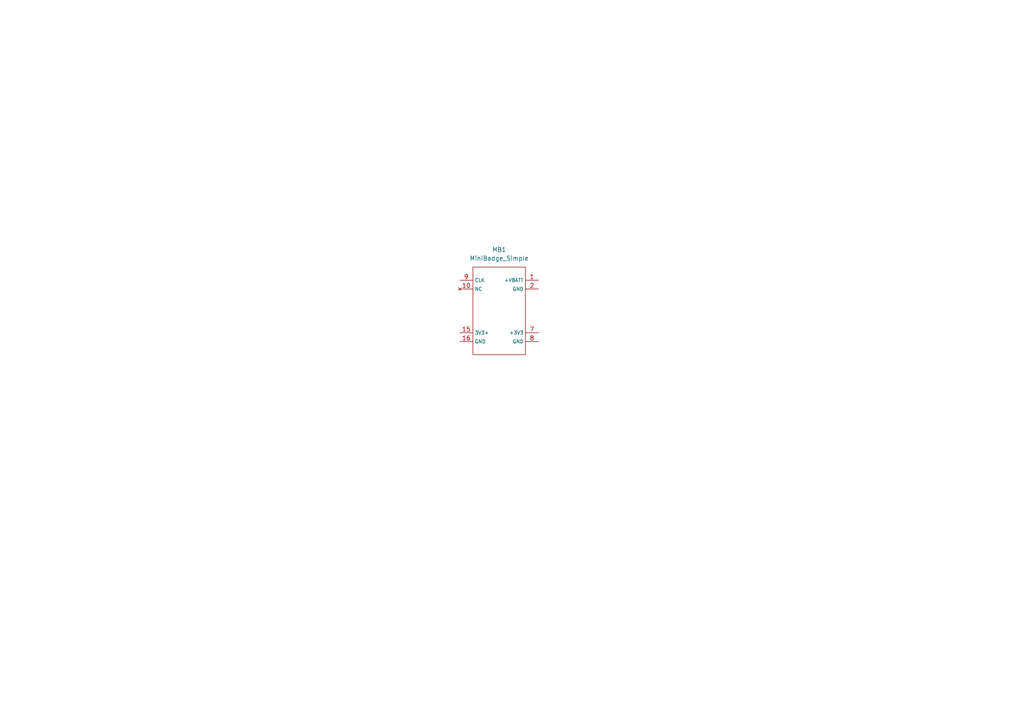
<source format=kicad_sch>
(kicad_sch (version 20250114) (generator "eeschema") (generator_version "9.0")
  (paper "A4")
  (lib_symbols
    (symbol "MiniBadge:MiniBadge_Simple"
      (property "Reference" "MB" (at 8.89 0 0))
      (property "Value" "MiniBadge_Simple" (at -10.16 0 0))
      (symbol "MiniBadge_Simple_0_1"
        (rectangle (start -12.7 7.62) (end 12.7 -7.62))
      )
      (symbol "MiniBadge_Simple_1_1"
        (pin power_out line (at -8.89 11.43 270) (length 3.81) (name "+VBATT") (number "1"))
        (pin output line (at -8.89 -11.43 90) (length 3.81) (name "CLK") (number "9"))
        (pin power_out line (at -6.35 11.43 270) (length 3.81) (name "GND") (number "2"))
        (pin no_connect line (at -6.35 -11.43 90) (length 3.81) (name "NC") (number "10"))
        (pin power_out line (at 6.35 11.43 270) (length 3.81) (name "+3V3") (number "7"))
        (pin power_out line (at 6.35 -11.43 90) (length 3.81) (name "3V3+") (number "15"))
        (pin power_out line (at 8.89 11.43 270) (length 3.81) (name "GND") (number "8"))
        (pin power_out line (at 8.89 -11.43 90) (length 3.81) (name "GND") (number "16"))
      )
    )
  )
  (symbol (lib_id "MiniBadge:MiniBadge_Simple") (at 144.78 90.17 270) (unit 1)
    (property "Reference" "MB1" (at 144.78 72.39 90))
    (property "Value" "MiniBadge_Simple" (at 144.78 74.93 90))
    (property "Footprint" "MiniBadge:MiniBadge_Simple_NoEdges" (effects (hide yes)))
  )
)
</source>
